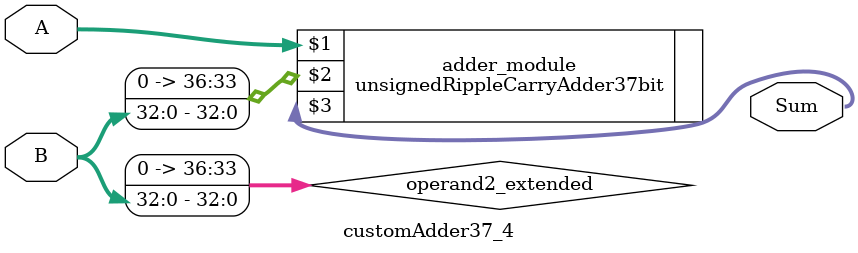
<source format=v>
module customAdder37_4(
                        input [36 : 0] A,
                        input [32 : 0] B,
                        
                        output [37 : 0] Sum
                );

        wire [36 : 0] operand2_extended;
        
        assign operand2_extended =  {4'b0, B};
        
        unsignedRippleCarryAdder37bit adder_module(
            A,
            operand2_extended,
            Sum
        );
        
        endmodule
        
</source>
